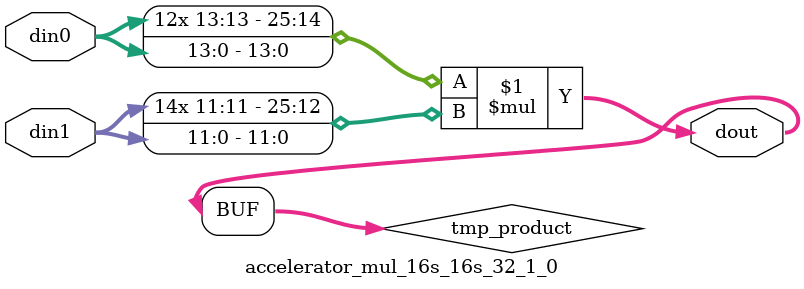
<source format=v>

`timescale 1 ns / 1 ps

  module accelerator_mul_16s_16s_32_1_0(din0, din1, dout);
parameter ID = 1;
parameter NUM_STAGE = 0;
parameter din0_WIDTH = 14;
parameter din1_WIDTH = 12;
parameter dout_WIDTH = 26;

input [din0_WIDTH - 1 : 0] din0; 
input [din1_WIDTH - 1 : 0] din1; 
output [dout_WIDTH - 1 : 0] dout;

wire signed [dout_WIDTH - 1 : 0] tmp_product;













assign tmp_product = $signed(din0) * $signed(din1);








assign dout = tmp_product;







endmodule

</source>
